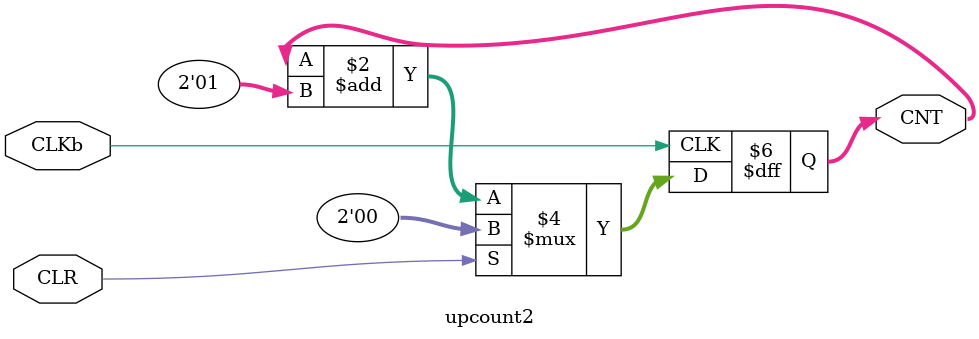
<source format=sv>
module upcount2(
	input logic CLR, CLKb,
	output logic [1:0]CNT
);
	
	// negative triggered 2 bit up coutner with active high synchronous clear
	
	always_ff@(negedge CLKb) begin
		if (CLR) CNT <= 2'd0;
		else CNT <= CNT + 2'd1;
	end

endmodule
</source>
